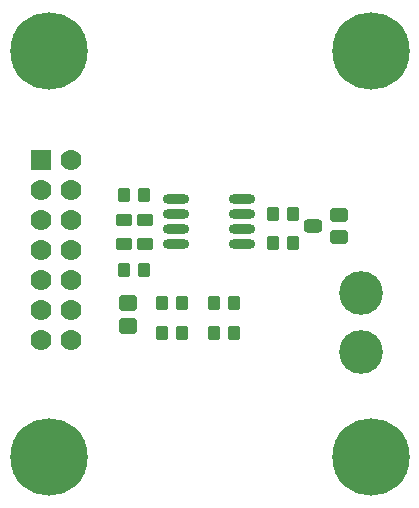
<source format=gts>
%FSLAX24Y24*%
%MOIN*%
%SFA1B1*%

%IPPOS*%
%AMD32*
4,1,8,-0.031500,0.009900,-0.031500,-0.009900,-0.017700,-0.023700,0.017700,-0.023700,0.031500,-0.009900,0.031500,0.009900,0.017700,0.023700,-0.017700,0.023700,-0.031500,0.009900,0.0*
1,1,0.027600,-0.017700,0.009900*
1,1,0.027600,-0.017700,-0.009900*
1,1,0.027600,0.017700,-0.009900*
1,1,0.027600,0.017700,0.009900*
%
%AMD33*
4,1,8,-0.031500,0.009900,-0.031500,-0.009900,-0.017700,-0.023700,0.017700,-0.023700,0.031500,-0.009900,0.031500,0.009900,0.017700,0.023700,-0.017700,0.023700,-0.031500,0.009900,0.0*
1,1,0.027600,-0.017700,0.009900*
1,1,0.027600,-0.017700,-0.009900*
1,1,0.027600,0.017700,-0.009900*
1,1,0.027600,0.017700,0.009900*
%
%AMD34*
4,1,8,-0.031500,0.008800,-0.031500,-0.008800,-0.018600,-0.021700,0.018600,-0.021700,0.031500,-0.008800,0.031500,0.008800,0.018600,0.021700,-0.018600,0.021700,-0.031500,0.008800,0.0*
1,1,0.025800,-0.018600,0.008800*
1,1,0.025800,-0.018600,-0.008800*
1,1,0.025800,0.018600,-0.008800*
1,1,0.025800,0.018600,0.008800*
%
%AMD35*
4,1,8,-0.015000,-0.021700,0.015000,-0.021700,0.020700,-0.016000,0.020700,0.016000,0.015000,0.021700,-0.015000,0.021700,-0.020700,0.016000,-0.020700,-0.016000,-0.015000,-0.021700,0.0*
1,1,0.011400,-0.015000,-0.016000*
1,1,0.011400,0.015000,-0.016000*
1,1,0.011400,0.015000,0.016000*
1,1,0.011400,-0.015000,0.016000*
%
%AMD36*
4,1,8,-0.022000,-0.019700,0.022000,-0.019700,0.027600,-0.014100,0.027600,0.014100,0.022000,0.019700,-0.022000,0.019700,-0.027600,0.014100,-0.027600,-0.014100,-0.022000,-0.019700,0.0*
1,1,0.011200,-0.022000,-0.014100*
1,1,0.011200,0.022000,-0.014100*
1,1,0.011200,0.022000,0.014100*
1,1,0.011200,-0.022000,0.014100*
%
%AMD37*
4,1,8,-0.028600,0.021200,-0.028600,-0.021200,-0.022200,-0.027600,0.022200,-0.027600,0.028600,-0.021200,0.028600,0.021200,0.022200,0.027600,-0.022200,0.027600,-0.028600,0.021200,0.0*
1,1,0.012800,-0.022200,0.021200*
1,1,0.012800,-0.022200,-0.021200*
1,1,0.012800,0.022200,-0.021200*
1,1,0.012800,0.022200,0.021200*
%
G04~CAMADD=32~8~0.0~0.0~474.0~631.0~138.0~0.0~15~0.0~0.0~0.0~0.0~0~0.0~0.0~0.0~0.0~0~0.0~0.0~0.0~90.0~630.0~473.0*
%ADD32D32*%
G04~CAMADD=33~8~0.0~0.0~474.0~631.0~138.0~0.0~15~0.0~0.0~0.0~0.0~0~0.0~0.0~0.0~0.0~0~0.0~0.0~0.0~90.0~630.0~473.0*
%ADD33D33*%
G04~CAMADD=34~8~0.0~0.0~434.0~631.0~129.0~0.0~15~0.0~0.0~0.0~0.0~0~0.0~0.0~0.0~0.0~0~0.0~0.0~0.0~90.0~630.0~433.0*
%ADD34D34*%
G04~CAMADD=35~8~0.0~0.0~415.0~434.0~57.0~0.0~15~0.0~0.0~0.0~0.0~0~0.0~0.0~0.0~0.0~0~0.0~0.0~0.0~180.0~414.0~433.0*
%ADD35D35*%
G04~CAMADD=36~8~0.0~0.0~552.0~395.0~56.0~0.0~15~0.0~0.0~0.0~0.0~0~0.0~0.0~0.0~0.0~0~0.0~0.0~0.0~180.0~552.0~394.0*
%ADD36D36*%
G04~CAMADD=37~8~0.0~0.0~552.0~572.0~64.0~0.0~15~0.0~0.0~0.0~0.0~0~0.0~0.0~0.0~0.0~0~0.0~0.0~0.0~90.0~572.0~552.0*
%ADD37D37*%
%ADD38O,0.088000X0.032000*%
%ADD39C,0.258000*%
%ADD40C,0.145800*%
%ADD41C,0.070000*%
%ADD42R,0.070000X0.070000*%
%LNpcb-1*%
%LPD*%
G54D32*
X20733Y16376D03*
G54D33*
X20733Y17124D03*
G54D34*
X19867Y16750D03*
G54D35*
X18515Y17150D03*
X19185D03*
X17235Y14200D03*
X16565D03*
X15485D03*
X14815D03*
X16565Y13200D03*
X17235D03*
X14815D03*
X15485D03*
X13556Y17800D03*
X14225D03*
X13565Y15300D03*
X14235D03*
X19185Y16200D03*
X18515D03*
G54D36*
X13556Y16150D03*
X14244D03*
Y16950D03*
X13556D03*
G54D37*
X13700Y13426D03*
Y14174D03*
G54D38*
X15300Y17650D03*
Y17150D03*
Y16650D03*
Y16150D03*
X17500D03*
Y16650D03*
Y17150D03*
Y17650D03*
G54D39*
X11050Y22600D03*
X21785D03*
Y9050D03*
X11050D03*
G54D40*
X21450Y14519D03*
Y12550D03*
G54D41*
X11800Y18950D03*
Y16950D03*
Y15950D03*
X10800D03*
X11800Y14950D03*
X10800D03*
X11800Y13950D03*
X10800D03*
X11800Y12950D03*
X10800D03*
X11800Y17950D03*
X10800Y16950D03*
Y17950D03*
G54D42*
X10800Y18950D03*
M02*
</source>
